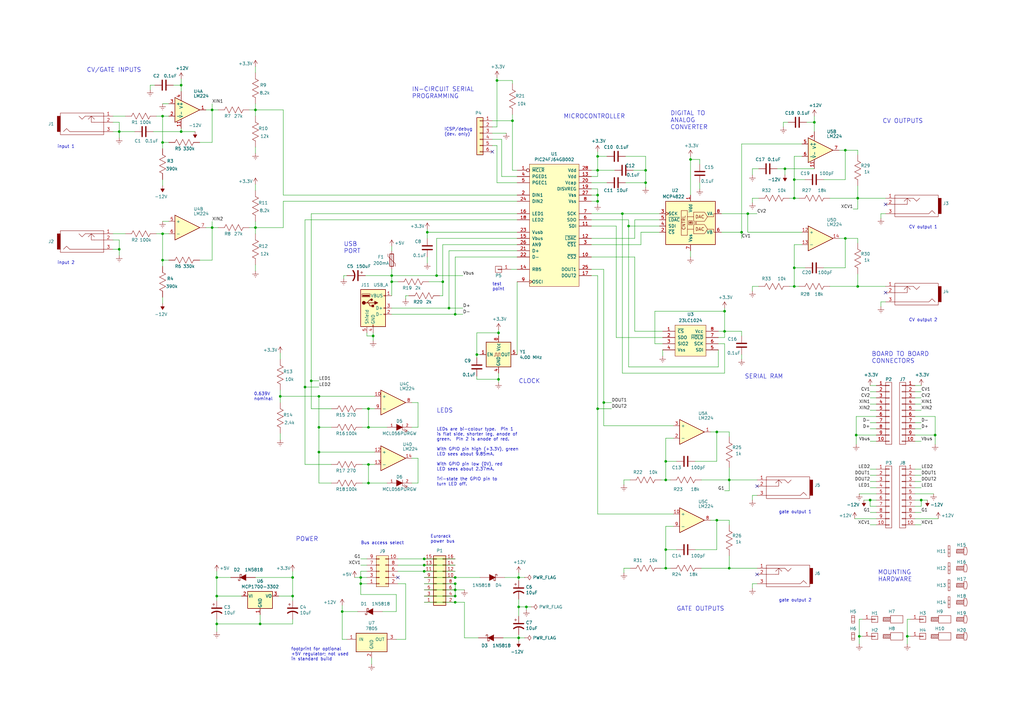
<source format=kicad_sch>
(kicad_sch (version 20211123) (generator eeschema)
  (paper "A3")
  (title_block (title "MSK 014 Gracious Host") (comment 1 "\"$Id: usb-host.kicad_sch 10138 2022-06-04 23:46:50Z mskala $\""))
  (junction (at 203.835 33.02))
  (junction (at 86.995 93.345))
  (junction (at 195.58 145.415))
  (junction (at 215.9 248.92))
  (junction (at 186.69 236.855))
  (junction (at 147.955 236.855))
  (junction (at 179.07 113.03))
  (junction (at 273.05 196.85))
  (junction (at 212.725 248.92))
  (junction (at 88.9 244.475))
  (junction (at 346.71 97.79))
  (junction (at 186.69 239.395))
  (junction (at 66.675 106.68))
  (junction (at 204.47 136.525))
  (junction (at 351.155 178.435))
  (junction (at 321.945 69.215))
  (junction (at 151.13 198.12))
  (junction (at 173.99 229.235))
  (junction (at 377.825 205.105))
  (junction (at 186.69 128.905))
  (junction (at 147.955 239.395))
  (junction (at 104.775 45.085))
  (junction (at 88.9 255.905))
  (junction (at 245.11 167.64))
  (junction (at 88.9 236.855))
  (junction (at 297.18 127.635))
  (junction (at 160.655 115.57))
  (junction (at 120.015 236.855))
  (junction (at 184.15 126.365))
  (junction (at 257.81 92.71))
  (junction (at 264.795 74.93))
  (junction (at 186.69 247.015))
  (junction (at 210.185 49.53))
  (junction (at 255.27 87.63))
  (junction (at 325.755 117.475))
  (junction (at 74.295 34.925))
  (junction (at 66.675 95.885))
  (junction (at 245.11 64.135))
  (junction (at 114.935 162.56))
  (junction (at 130.81 175.26))
  (junction (at 351.79 117.475))
  (junction (at 48.895 53.975))
  (junction (at 48.895 102.235))
  (junction (at 106.68 255.905))
  (junction (at 212.725 236.855))
  (junction (at 173.99 231.775))
  (junction (at 74.295 53.975))
  (junction (at 212.725 261.62))
  (junction (at 173.99 234.315))
  (junction (at 66.675 58.42))
  (junction (at 160.655 113.03))
  (junction (at 325.755 73.66))
  (junction (at 66.675 47.625))
  (junction (at 297.18 135.89))
  (junction (at 245.11 82.55))
  (junction (at 334.01 50.165))
  (junction (at 127.635 156.21))
  (junction (at 383.54 178.435))
  (junction (at 125.095 158.75))
  (junction (at 352.425 260.985))
  (junction (at 294.005 177.165))
  (junction (at 273.05 225.425))
  (junction (at 325.755 109.855))
  (junction (at 151.13 190.5))
  (junction (at 186.69 244.475))
  (junction (at 294.005 213.36))
  (junction (at 245.11 80.01))
  (junction (at 151.13 167.64))
  (junction (at 273.05 233.045))
  (junction (at 264.795 69.85))
  (junction (at 356.87 205.105))
  (junction (at 204.47 155.575))
  (junction (at 186.69 241.935))
  (junction (at 181.61 115.57))
  (junction (at 104.775 93.345))
  (junction (at 175.26 95.25))
  (junction (at 283.21 65.405))
  (junction (at 273.05 189.23))
  (junction (at 372.11 260.985))
  (junction (at 351.79 81.28))
  (junction (at 140.335 250.825))
  (junction (at 304.165 95.25))
  (junction (at 130.81 185.42))
  (junction (at 130.81 162.56))
  (junction (at 306.705 87.63))
  (junction (at 245.11 69.85))
  (junction (at 151.13 175.26))
  (junction (at 346.71 61.595))
  (junction (at 299.085 196.85))
  (junction (at 247.65 165.1))
  (junction (at 120.015 244.475))
  (junction (at 325.755 81.28))
  (junction (at 86.995 45.085))
  (junction (at 153.035 137.795))
  (junction (at 299.085 233.045))
  (no_connect (at 363.22 83.82))
  (no_connect (at 363.22 120.015))
  (no_connect (at 163.195 236.855))
  (no_connect (at 310.515 235.585))
  (no_connect (at 310.515 199.39))
  (no_connect (at 201.93 62.23))
  (wire (pts (xy 212.725 252.73) (xy 212.725 248.92)))
  (wire (pts (xy 130.81 162.56) (xy 130.81 175.26)))
  (wire (pts (xy 321.31 52.07) (xy 321.31 50.165)))
  (wire (pts (xy 297.18 153.035) (xy 255.27 153.035)))
  (wire (pts (xy 166.37 239.395) (xy 166.37 262.255)))
  (wire (pts (xy 210.185 33.02) (xy 210.185 34.29)))
  (wire (pts (xy 212.725 238.125) (xy 212.725 236.855)))
  (wire (pts (xy 242.57 82.55) (xy 245.11 82.55)))
  (wire (pts (xy 46.355 95.885) (xy 51.435 95.885)))
  (wire (pts (xy 212.09 82.55) (xy 116.205 82.55)))
  (wire (pts (xy 375.285 205.105) (xy 377.825 205.105)))
  (wire (pts (xy 104.775 108.585) (xy 104.775 111.125)))
  (wire (pts (xy 308.61 83.185) (xy 308.61 81.28)))
  (wire (pts (xy 171.45 175.26) (xy 171.45 165.1)))
  (wire (pts (xy 271.78 140.97) (xy 268.605 140.97)))
  (wire (pts (xy 299.085 177.165) (xy 294.005 177.165)))
  (wire (pts (xy 383.54 178.435) (xy 383.54 182.245)))
  (wire (pts (xy 160.655 110.49) (xy 160.655 113.03)))
  (wire (pts (xy 283.21 80.01) (xy 283.21 65.405)))
  (wire (pts (xy 88.9 255.905) (xy 88.9 254)))
  (wire (pts (xy 273.05 233.045) (xy 273.05 225.425)))
  (wire (pts (xy 46.355 98.425) (xy 48.895 98.425)))
  (wire (pts (xy 171.45 187.96) (xy 168.91 187.96)))
  (wire (pts (xy 166.37 121.285) (xy 166.37 122.555)))
  (wire (pts (xy 297.18 135.89) (xy 304.165 135.89)))
  (wire (pts (xy 330.2 109.855) (xy 325.755 109.855)))
  (wire (pts (xy 325.755 117.475) (xy 325.755 109.855)))
  (wire (pts (xy 283.21 65.405) (xy 283.21 64.135)))
  (wire (pts (xy 306.705 95.25) (xy 328.93 95.25)))
  (wire (pts (xy 283.21 65.405) (xy 287.02 65.405)))
  (wire (pts (xy 377.825 165.735) (xy 375.285 165.735)))
  (wire (pts (xy 61.595 34.925) (xy 63.5 34.925)))
  (wire (pts (xy 190.5 247.015) (xy 190.5 261.62)))
  (wire (pts (xy 205.74 57.15) (xy 201.93 57.15)))
  (wire (pts (xy 195.58 155.575) (xy 204.47 155.575)))
  (wire (pts (xy 46.355 50.165) (xy 48.895 50.165)))
  (wire (pts (xy 375.285 168.275) (xy 377.825 168.275)))
  (wire (pts (xy 294.64 150.495) (xy 294.64 143.51)))
  (wire (pts (xy 212.725 248.92) (xy 212.725 245.745)))
  (wire (pts (xy 346.71 97.79) (xy 346.71 109.855)))
  (wire (pts (xy 245.11 167.64) (xy 245.11 210.82)))
  (wire (pts (xy 259.715 69.85) (xy 264.795 69.85)))
  (wire (pts (xy 212.09 80.01) (xy 116.205 80.01)))
  (wire (pts (xy 106.68 255.905) (xy 120.015 255.905)))
  (wire (pts (xy 140.335 248.285) (xy 140.335 250.825)))
  (wire (pts (xy 148.59 190.5) (xy 151.13 190.5)))
  (wire (pts (xy 294.005 177.165) (xy 291.465 177.165)))
  (wire (pts (xy 352.425 254) (xy 353.695 254)))
  (wire (pts (xy 354.33 205.105) (xy 356.87 205.105)))
  (wire (pts (xy 173.99 241.935) (xy 186.69 241.935)))
  (wire (pts (xy 351.79 61.595) (xy 346.71 61.595)))
  (wire (pts (xy 304.165 95.25) (xy 304.165 97.79)))
  (wire (pts (xy 212.09 69.85) (xy 210.185 69.85)))
  (wire (pts (xy 273.05 196.85) (xy 274.955 196.85)))
  (wire (pts (xy 375.285 192.405) (xy 377.825 192.405)))
  (wire (pts (xy 248.92 64.135) (xy 245.11 64.135)))
  (wire (pts (xy 359.41 168.275) (xy 356.87 168.275)))
  (wire (pts (xy 255.905 234.95) (xy 255.905 233.045)))
  (wire (pts (xy 160.655 102.87) (xy 160.655 100.965)))
  (wire (pts (xy 252.73 138.43) (xy 252.73 92.71)))
  (wire (pts (xy 212.725 236.855) (xy 212.725 234.95)))
  (wire (pts (xy 152.4 269.875) (xy 152.4 272.415)))
  (wire (pts (xy 104.775 75.565) (xy 104.775 78.105)))
  (wire (pts (xy 242.57 77.47) (xy 245.11 77.47)))
  (wire (pts (xy 377.825 205.105) (xy 380.365 205.105)))
  (wire (pts (xy 175.26 95.25) (xy 212.09 95.25)))
  (wire (pts (xy 245.11 72.39) (xy 245.11 69.85)))
  (wire (pts (xy 116.205 93.345) (xy 104.775 93.345)))
  (wire (pts (xy 352.425 264.16) (xy 352.425 260.985)))
  (wire (pts (xy 257.81 92.71) (xy 257.81 150.495)))
  (wire (pts (xy 140.97 114.3) (xy 140.97 113.03)))
  (wire (pts (xy 294.005 177.165) (xy 294.005 189.23)))
  (wire (pts (xy 84.455 93.345) (xy 86.995 93.345)))
  (wire (pts (xy 114.935 162.56) (xy 114.935 165.1)))
  (wire (pts (xy 125.095 158.75) (xy 130.81 158.75)))
  (wire (pts (xy 294.005 225.425) (xy 285.115 225.425)))
  (wire (pts (xy 351.79 63.5) (xy 351.79 61.595)))
  (wire (pts (xy 66.675 95.885) (xy 66.675 106.68)))
  (wire (pts (xy 260.35 97.79) (xy 260.35 90.17)))
  (wire (pts (xy 375.285 202.565) (xy 382.905 202.565)))
  (wire (pts (xy 163.195 234.315) (xy 173.99 234.315)))
  (wire (pts (xy 356.87 207.645) (xy 356.87 205.105)))
  (wire (pts (xy 372.11 254) (xy 372.11 260.985)))
  (wire (pts (xy 168.91 175.26) (xy 171.45 175.26)))
  (wire (pts (xy 104.775 93.345) (xy 104.775 95.885)))
  (wire (pts (xy 255.905 233.045) (xy 258.445 233.045)))
  (wire (pts (xy 271.78 138.43) (xy 252.73 138.43)))
  (wire (pts (xy 294.005 213.36) (xy 294.005 225.425)))
  (wire (pts (xy 151.13 175.26) (xy 158.75 175.26)))
  (wire (pts (xy 377.825 160.655) (xy 375.285 160.655)))
  (wire (pts (xy 66.675 42.545) (xy 69.215 42.545)))
  (wire (pts (xy 277.495 225.425) (xy 273.05 225.425)))
  (wire (pts (xy 351.79 97.79) (xy 346.71 97.79)))
  (wire (pts (xy 283.21 105.41) (xy 283.21 102.87)))
  (wire (pts (xy 173.99 247.015) (xy 186.69 247.015)))
  (wire (pts (xy 215.9 250.19) (xy 215.9 248.92)))
  (wire (pts (xy 351.79 99.695) (xy 351.79 97.79)))
  (wire (pts (xy 84.455 45.085) (xy 86.995 45.085)))
  (wire (pts (xy 304.165 59.055) (xy 304.165 95.25)))
  (wire (pts (xy 116.205 80.01) (xy 116.205 45.085)))
  (wire (pts (xy 88.9 244.475) (xy 88.9 246.38)))
  (wire (pts (xy 116.205 45.085) (xy 104.775 45.085)))
  (wire (pts (xy 48.895 50.165) (xy 48.895 53.975)))
  (wire (pts (xy 210.185 69.85) (xy 210.185 49.53)))
  (wire (pts (xy 310.515 203.2) (xy 308.61 203.2)))
  (wire (pts (xy 212.725 236.855) (xy 207.01 236.855)))
  (wire (pts (xy 147.955 239.395) (xy 147.955 243.84)))
  (wire (pts (xy 356.87 163.195) (xy 359.41 163.195)))
  (wire (pts (xy 356.87 175.895) (xy 359.41 175.895)))
  (wire (pts (xy 186.69 231.775) (xy 173.99 231.775)))
  (wire (pts (xy 255.27 87.63) (xy 255.27 153.035)))
  (wire (pts (xy 247.65 110.49) (xy 247.65 165.1)))
  (wire (pts (xy 247.65 174.625) (xy 276.225 174.625)))
  (wire (pts (xy 147.955 239.395) (xy 150.495 239.395)))
  (wire (pts (xy 245.11 80.01) (xy 245.11 82.55)))
  (wire (pts (xy 209.55 110.49) (xy 212.09 110.49)))
  (wire (pts (xy 104.775 42.545) (xy 104.775 45.085)))
  (wire (pts (xy 255.27 87.63) (xy 270.51 87.63)))
  (wire (pts (xy 66.675 95.885) (xy 69.215 95.885)))
  (wire (pts (xy 186.69 244.475) (xy 186.69 241.935)))
  (wire (pts (xy 66.675 90.805) (xy 69.215 90.805)))
  (wire (pts (xy 351.155 170.815) (xy 359.41 170.815)))
  (wire (pts (xy 204.47 136.525) (xy 195.58 136.525)))
  (wire (pts (xy 375.285 170.815) (xy 383.54 170.815)))
  (wire (pts (xy 356.87 210.185) (xy 359.41 210.185)))
  (wire (pts (xy 186.69 128.905) (xy 189.865 128.905)))
  (wire (pts (xy 356.87 158.115) (xy 359.41 158.115)))
  (wire (pts (xy 204.47 153.035) (xy 204.47 155.575)))
  (wire (pts (xy 299.085 215.265) (xy 299.085 213.36)))
  (wire (pts (xy 150.495 234.315) (xy 147.955 234.315)))
  (wire (pts (xy 195.58 136.525) (xy 195.58 145.415)))
  (wire (pts (xy 146.685 250.825) (xy 140.335 250.825)))
  (wire (pts (xy 247.65 165.1) (xy 247.65 174.625)))
  (wire (pts (xy 377.825 175.895) (xy 375.285 175.895)))
  (wire (pts (xy 151.13 198.12) (xy 158.75 198.12)))
  (wire (pts (xy 120.015 255.905) (xy 120.015 254)))
  (wire (pts (xy 242.57 100.33) (xy 262.89 100.33)))
  (wire (pts (xy 257.81 150.495) (xy 294.64 150.495)))
  (wire (pts (xy 147.955 229.235) (xy 150.495 229.235)))
  (wire (pts (xy 255.905 198.755) (xy 255.905 196.85)))
  (wire (pts (xy 330.2 73.66) (xy 325.755 73.66)))
  (wire (pts (xy 130.81 185.42) (xy 153.67 185.42)))
  (wire (pts (xy 325.755 117.475) (xy 327.66 117.475)))
  (wire (pts (xy 351.155 178.435) (xy 351.155 182.245)))
  (wire (pts (xy 262.89 100.33) (xy 262.89 95.25)))
  (wire (pts (xy 184.15 126.365) (xy 160.655 126.365)))
  (wire (pts (xy 114.935 160.02) (xy 114.935 162.56)))
  (wire (pts (xy 86.995 93.345) (xy 86.995 90.805)))
  (wire (pts (xy 102.235 45.085) (xy 104.775 45.085)))
  (wire (pts (xy 270.51 92.71) (xy 257.81 92.71)))
  (wire (pts (xy 212.725 261.62) (xy 212.725 260.35)))
  (wire (pts (xy 66.675 58.42) (xy 66.675 60.96)))
  (wire (pts (xy 351.79 81.28) (xy 363.22 81.28)))
  (wire (pts (xy 351.79 85.725) (xy 349.885 85.725)))
  (wire (pts (xy 186.69 247.015) (xy 190.5 247.015)))
  (wire (pts (xy 340.36 117.475) (xy 351.79 117.475)))
  (wire (pts (xy 173.99 229.235) (xy 186.69 229.235)))
  (wire (pts (xy 130.81 198.12) (xy 135.89 198.12)))
  (wire (pts (xy 346.71 61.595) (xy 346.71 73.66)))
  (wire (pts (xy 375.285 212.725) (xy 384.81 212.725)))
  (wire (pts (xy 125.095 90.17) (xy 125.095 158.75)))
  (wire (pts (xy 175.26 93.98) (xy 175.26 95.25)))
  (wire (pts (xy 181.61 100.33) (xy 212.09 100.33)))
  (wire (pts (xy 294.005 213.36) (xy 291.465 213.36)))
  (wire (pts (xy 273.05 196.85) (xy 273.05 189.23)))
  (wire (pts (xy 195.58 154.305) (xy 195.58 155.575)))
  (wire (pts (xy 323.85 81.28) (xy 325.755 81.28)))
  (wire (pts (xy 299.085 179.07) (xy 299.085 177.165)))
  (wire (pts (xy 340.36 81.28) (xy 351.79 81.28)))
  (wire (pts (xy 206.375 261.62) (xy 212.725 261.62)))
  (wire (pts (xy 163.195 115.57) (xy 160.655 115.57)))
  (wire (pts (xy 160.655 113.03) (xy 160.655 115.57)))
  (wire (pts (xy 306.705 87.63) (xy 310.515 87.63)))
  (wire (pts (xy 151.13 190.5) (xy 153.67 190.5)))
  (wire (pts (xy 181.61 121.285) (xy 180.34 121.285)))
  (wire (pts (xy 147.955 243.84) (xy 162.56 243.84)))
  (wire (pts (xy 242.57 72.39) (xy 245.11 72.39)))
  (wire (pts (xy 203.835 33.02) (xy 203.835 31.75)))
  (wire (pts (xy 273.05 215.9) (xy 276.225 215.9)))
  (wire (pts (xy 372.11 260.985) (xy 372.11 264.16)))
  (wire (pts (xy 363.22 87.63) (xy 361.315 87.63)))
  (wire (pts (xy 308.61 69.215) (xy 311.15 69.215)))
  (wire (pts (xy 173.99 234.315) (xy 186.69 234.315)))
  (wire (pts (xy 268.605 127.635) (xy 297.18 127.635)))
  (wire (pts (xy 104.775 27.305) (xy 104.775 29.845)))
  (wire (pts (xy 346.71 109.855) (xy 337.82 109.855)))
  (wire (pts (xy 356.87 205.105) (xy 359.41 205.105)))
  (wire (pts (xy 242.57 97.79) (xy 260.35 97.79)))
  (wire (pts (xy 130.81 156.21) (xy 127.635 156.21)))
  (wire (pts (xy 375.285 173.355) (xy 377.825 173.355)))
  (wire (pts (xy 162.56 262.255) (xy 166.37 262.255)))
  (wire (pts (xy 297.18 138.43) (xy 297.18 135.89)))
  (wire (pts (xy 250.825 165.1) (xy 247.65 165.1)))
  (wire (pts (xy 127.635 167.64) (xy 135.89 167.64)))
  (wire (pts (xy 104.775 45.085) (xy 104.775 47.625)))
  (wire (pts (xy 273.05 233.045) (xy 274.955 233.045)))
  (wire (pts (xy 287.655 233.045) (xy 299.085 233.045)))
  (wire (pts (xy 351.79 117.475) (xy 363.22 117.475)))
  (wire (pts (xy 356.87 197.485) (xy 359.41 197.485)))
  (wire (pts (xy 321.945 71.755) (xy 321.945 69.215)))
  (wire (pts (xy 252.095 69.85) (xy 245.11 69.85)))
  (wire (pts (xy 383.54 170.815) (xy 383.54 178.435)))
  (wire (pts (xy 325.755 109.855) (xy 325.755 100.33)))
  (wire (pts (xy 127.635 87.63) (xy 127.635 156.21)))
  (wire (pts (xy 212.725 261.62) (xy 212.725 262.89)))
  (wire (pts (xy 48.895 98.425) (xy 48.895 102.235)))
  (wire (pts (xy 149.86 113.03) (xy 160.655 113.03)))
  (wire (pts (xy 130.81 175.26) (xy 135.89 175.26)))
  (wire (pts (xy 204.47 137.795) (xy 204.47 136.525)))
  (wire (pts (xy 356.87 165.735) (xy 359.41 165.735)))
  (wire (pts (xy 140.335 250.825) (xy 140.335 262.255)))
  (wire (pts (xy 297.18 140.97) (xy 297.18 153.035)))
  (wire (pts (xy 304.165 59.055) (xy 328.93 59.055)))
  (wire (pts (xy 304.165 145.415) (xy 304.165 147.32)))
  (wire (pts (xy 373.38 254) (xy 372.11 254)))
  (wire (pts (xy 351.155 178.435) (xy 359.41 178.435)))
  (wire (pts (xy 184.15 102.87) (xy 184.15 126.365)))
  (wire (pts (xy 171.45 198.12) (xy 171.45 187.96)))
  (wire (pts (xy 130.81 162.56) (xy 153.67 162.56)))
  (wire (pts (xy 299.085 196.85) (xy 310.515 196.85)))
  (wire (pts (xy 140.97 113.03) (xy 142.24 113.03)))
  (wire (pts (xy 361.315 123.825) (xy 361.315 125.73)))
  (wire (pts (xy 173.99 244.475) (xy 186.69 244.475)))
  (wire (pts (xy 308.61 119.38) (xy 308.61 117.475)))
  (wire (pts (xy 318.77 69.215) (xy 321.945 69.215)))
  (wire (pts (xy 120.015 234.315) (xy 120.015 236.855)))
  (wire (pts (xy 212.09 102.87) (xy 184.15 102.87)))
  (wire (pts (xy 66.675 106.68) (xy 66.675 109.22)))
  (wire (pts (xy 201.93 54.61) (xy 207.645 54.61)))
  (wire (pts (xy 352.425 260.985) (xy 352.425 254)))
  (wire (pts (xy 245.11 82.55) (xy 245.11 83.82)))
  (wire (pts (xy 186.69 105.41) (xy 186.69 128.905)))
  (wire (pts (xy 64.135 47.625) (xy 66.675 47.625)))
  (wire (pts (xy 104.775 236.855) (xy 120.015 236.855)))
  (wire (pts (xy 264.795 64.135) (xy 264.795 69.85)))
  (wire (pts (xy 325.755 81.28) (xy 327.66 81.28)))
  (wire (pts (xy 356.87 173.355) (xy 359.41 173.355)))
  (wire (pts (xy 163.195 231.775) (xy 173.99 231.775)))
  (wire (pts (xy 212.725 261.62) (xy 215.265 261.62)))
  (wire (pts (xy 325.755 100.33) (xy 328.93 100.33)))
  (wire (pts (xy 346.71 97.79) (xy 344.17 97.79)))
  (wire (pts (xy 186.69 241.935) (xy 190.5 241.935)))
  (wire (pts (xy 186.69 128.905) (xy 160.655 128.905)))
  (wire (pts (xy 66.675 106.68) (xy 69.215 106.68)))
  (wire (pts (xy 375.285 197.485) (xy 377.825 197.485)))
  (wire (pts (xy 299.085 201.295) (xy 297.18 201.295)))
  (wire (pts (xy 147.955 236.855) (xy 150.495 236.855)))
  (wire (pts (xy 375.285 158.115) (xy 377.825 158.115)))
  (wire (pts (xy 125.095 90.17) (xy 212.09 90.17)))
  (wire (pts (xy 245.11 64.135) (xy 245.11 69.85)))
  (wire (pts (xy 74.295 52.705) (xy 74.295 53.975)))
  (wire (pts (xy 210.185 49.53) (xy 210.185 46.99)))
  (wire (pts (xy 145.415 236.855) (xy 147.955 236.855)))
  (wire (pts (xy 203.835 74.93) (xy 203.835 59.69)))
  (wire (pts (xy 66.675 73.66) (xy 66.675 76.2)))
  (wire (pts (xy 151.13 190.5) (xy 151.13 198.12)))
  (wire (pts (xy 66.675 121.92) (xy 66.675 124.46)))
  (wire (pts (xy 195.58 145.415) (xy 196.85 145.415)))
  (wire (pts (xy 264.795 69.85) (xy 264.795 74.93)))
  (wire (pts (xy 212.725 236.855) (xy 215.265 236.855)))
  (wire (pts (xy 150.495 137.795) (xy 153.035 137.795)))
  (wire (pts (xy 262.89 95.25) (xy 270.51 95.25)))
  (wire (pts (xy 116.205 82.55) (xy 116.205 93.345)))
  (wire (pts (xy 297.18 135.89) (xy 297.18 127.635)))
  (wire (pts (xy 356.87 160.655) (xy 359.41 160.655)))
  (wire (pts (xy 351.79 81.28) (xy 351.79 85.725)))
  (wire (pts (xy 64.135 95.885) (xy 66.675 95.885)))
  (wire (pts (xy 273.05 179.705) (xy 276.225 179.705)))
  (wire (pts (xy 48.895 102.235) (xy 48.895 104.775)))
  (wire (pts (xy 140.335 262.255) (xy 142.24 262.255)))
  (wire (pts (xy 102.235 93.345) (xy 104.775 93.345)))
  (wire (pts (xy 257.81 92.71) (xy 257.81 90.17)))
  (wire (pts (xy 151.13 198.12) (xy 148.59 198.12)))
  (wire (pts (xy 308.61 71.755) (xy 308.61 69.215)))
  (wire (pts (xy 66.675 47.625) (xy 66.675 58.42)))
  (wire (pts (xy 147.955 236.855) (xy 147.955 239.395)))
  (wire (pts (xy 195.58 146.685) (xy 195.58 145.415)))
  (wire (pts (xy 179.07 97.79) (xy 179.07 113.03)))
  (wire (pts (xy 212.09 115.57) (xy 212.09 145.415)))
  (wire (pts (xy 242.57 113.03) (xy 245.11 113.03)))
  (wire (pts (xy 321.31 50.165) (xy 323.215 50.165)))
  (wire (pts (xy 163.195 239.395) (xy 166.37 239.395)))
  (wire (pts (xy 162.56 243.84) (xy 162.56 250.825)))
  (wire (pts (xy 356.87 180.975) (xy 359.41 180.975)))
  (wire (pts (xy 346.71 73.66) (xy 337.82 73.66)))
  (wire (pts (xy 190.5 261.62) (xy 196.215 261.62)))
  (wire (pts (xy 294.64 138.43) (xy 297.18 138.43)))
  (wire (pts (xy 212.09 97.79) (xy 179.07 97.79)))
  (wire (pts (xy 212.09 72.39) (xy 205.74 72.39)))
  (wire (pts (xy 125.095 158.75) (xy 125.095 190.5)))
  (wire (pts (xy 375.285 207.645) (xy 377.825 207.645)))
  (wire (pts (xy 171.45 165.1) (xy 168.91 165.1)))
  (wire (pts (xy 361.315 87.63) (xy 361.315 89.535)))
  (wire (pts (xy 242.57 74.93) (xy 248.92 74.93)))
  (wire (pts (xy 212.09 87.63) (xy 127.635 87.63)))
  (wire (pts (xy 88.9 244.475) (xy 99.06 244.475)))
  (wire (pts (xy 242.57 87.63) (xy 255.27 87.63)))
  (wire (pts (xy 201.93 52.07) (xy 203.835 52.07)))
  (wire (pts (xy 375.285 178.435) (xy 383.54 178.435)))
  (wire (pts (xy 150.495 136.525) (xy 150.495 137.795)))
  (wire (pts (xy 212.725 248.92) (xy 215.9 248.92)))
  (wire (pts (xy 46.355 53.975) (xy 48.895 53.975)))
  (wire (pts (xy 88.9 236.855) (xy 88.9 234.315)))
  (wire (pts (xy 268.605 140.97) (xy 268.605 127.635)))
  (wire (pts (xy 151.13 167.64) (xy 151.13 175.26)))
  (wire (pts (xy 74.295 34.925) (xy 74.295 32.385)))
  (wire (pts (xy 334.01 69.215) (xy 321.945 69.215)))
  (wire (pts (xy 181.61 115.57) (xy 181.61 121.285)))
  (wire (pts (xy 245.11 113.03) (xy 245.11 167.64)))
  (wire (pts (xy 210.185 49.53) (xy 201.93 49.53)))
  (wire (pts (xy 181.61 115.57) (xy 181.61 100.33)))
  (wire (pts (xy 375.285 194.945) (xy 377.825 194.945)))
  (wire (pts (xy 325.755 73.66) (xy 325.755 64.135)))
  (wire (pts (xy 168.91 198.12) (xy 171.45 198.12)))
  (wire (pts (xy 148.59 167.64) (xy 151.13 167.64)))
  (wire (pts (xy 351.79 117.475) (xy 351.79 112.395)))
  (wire (pts (xy 287.02 65.405) (xy 287.02 67.31)))
  (wire (pts (xy 352.425 202.565) (xy 359.41 202.565)))
  (wire (pts (xy 356.87 192.405) (xy 359.41 192.405)))
  (wire (pts (xy 273.05 225.425) (xy 273.05 215.9)))
  (wire (pts (xy 186.69 239.395) (xy 186.69 241.935)))
  (wire (pts (xy 120.015 244.475) (xy 120.015 246.38)))
  (wire (pts (xy 351.79 81.28) (xy 351.79 76.2)))
  (wire (pts (xy 255.905 196.85) (xy 258.445 196.85)))
  (wire (pts (xy 88.9 255.905) (xy 106.68 255.905)))
  (wire (pts (xy 147.955 234.315) (xy 147.955 236.855)))
  (wire (pts (xy 252.73 92.71) (xy 242.57 92.71)))
  (wire (pts (xy 147.955 231.775) (xy 150.495 231.775)))
  (wire (pts (xy 153.035 136.525) (xy 153.035 137.795)))
  (wire (pts (xy 375.285 180.975) (xy 377.825 180.975)))
  (wire (pts (xy 114.935 162.56) (xy 130.81 162.56)))
  (wire (pts (xy 204.47 136.525) (xy 204.47 135.255)))
  (wire (pts (xy 306.705 87.63) (xy 306.705 95.25)))
  (wire (pts (xy 114.3 244.475) (xy 120.015 244.475)))
  (wire (pts (xy 46.355 47.625) (xy 51.435 47.625)))
  (wire (pts (xy 294.64 140.97) (xy 297.18 140.97)))
  (wire (pts (xy 377.825 207.645) (xy 377.825 205.105)))
  (wire (pts (xy 271.145 233.045) (xy 273.05 233.045)))
  (wire (pts (xy 175.26 95.25) (xy 175.26 97.79)))
  (wire (pts (xy 203.835 59.69) (xy 201.93 59.69)))
  (wire (pts (xy 66.675 58.42) (xy 69.215 58.42)))
  (wire (pts (xy 120.015 236.855) (xy 120.015 244.475)))
  (wire (pts (xy 104.775 90.805) (xy 104.775 93.345)))
  (wire (pts (xy 86.995 58.42) (xy 86.995 45.085)))
  (wire (pts (xy 330.835 50.165) (xy 334.01 50.165)))
  (wire (pts (xy 88.9 244.475) (xy 88.9 236.855)))
  (wire (pts (xy 310.515 239.395) (xy 308.61 239.395)))
  (wire (pts (xy 179.07 113.03) (xy 160.655 113.03)))
  (wire (pts (xy 299.085 196.85) (xy 299.085 201.295)))
  (wire (pts (xy 151.13 175.26) (xy 148.59 175.26)))
  (wire (pts (xy 215.9 248.92) (xy 217.805 248.92)))
  (wire (pts (xy 203.835 52.07) (xy 203.835 33.02)))
  (wire (pts (xy 334.01 53.975) (xy 334.01 50.165)))
  (wire (pts (xy 325.755 64.135) (xy 328.93 64.135)))
  (wire (pts (xy 299.085 233.045) (xy 310.515 233.045)))
  (wire (pts (xy 242.57 69.85) (xy 245.11 69.85)))
  (wire (pts (xy 151.13 167.64) (xy 153.67 167.64)))
  (wire (pts (xy 375.285 200.025) (xy 377.825 200.025)))
  (wire (pts (xy 163.195 229.235) (xy 173.99 229.235)))
  (wire (pts (xy 271.78 135.89) (xy 260.35 135.89)))
  (wire (pts (xy 81.915 106.68) (xy 86.995 106.68)))
  (wire (pts (xy 257.81 90.17) (xy 242.57 90.17)))
  (wire (pts (xy 46.355 102.235) (xy 48.895 102.235)))
  (wire (pts (xy 86.995 93.345) (xy 89.535 93.345)))
  (wire (pts (xy 377.825 163.195) (xy 375.285 163.195)))
  (wire (pts (xy 179.07 113.03) (xy 189.865 113.03)))
  (wire (pts (xy 245.11 77.47) (xy 245.11 80.01)))
  (wire (pts (xy 264.795 74.93) (xy 264.795 76.835)))
  (wire (pts (xy 212.09 74.93) (xy 203.835 74.93)))
  (wire (pts (xy 86.995 45.085) (xy 86.995 42.545)))
  (wire (pts (xy 153.035 137.795) (xy 153.035 139.7)))
  (wire (pts (xy 245.11 62.23) (xy 245.11 64.135)))
  (wire (pts (xy 256.54 64.135) (xy 264.795 64.135)))
  (wire (pts (xy 175.895 115.57) (xy 181.61 115.57)))
  (wire (pts (xy 66.675 47.625) (xy 69.215 47.625)))
  (wire (pts (xy 356.87 194.945) (xy 359.41 194.945)))
  (wire (pts (xy 297.18 127.635) (xy 297.18 126.365)))
  (wire (pts (xy 160.655 115.57) (xy 160.655 121.285)))
  (wire (pts (xy 184.15 126.365) (xy 189.865 126.365)))
  (wire (pts (xy 323.85 117.475) (xy 325.755 117.475)))
  (wire (pts (xy 271.145 196.85) (xy 273.05 196.85)))
  (wire (pts (xy 356.87 207.645) (xy 359.41 207.645)))
  (wire (pts (xy 74.295 53.975) (xy 80.01 53.975)))
  (wire (pts (xy 363.22 123.825) (xy 361.315 123.825)))
  (wire (pts (xy 71.12 34.925) (xy 74.295 34.925)))
  (wire (pts (xy 260.35 90.17) (xy 270.51 90.17)))
  (wire (pts (xy 48.895 53.975) (xy 48.895 56.515)))
  (wire (pts (xy 245.11 210.82) (xy 276.225 210.82)))
  (wire (pts (xy 350.52 212.725) (xy 359.41 212.725)))
  (wire (pts (xy 295.91 87.63) (xy 306.705 87.63)))
  (wire (pts (xy 356.87 215.265) (xy 359.41 215.265)))
  (wire (pts (xy 299.085 213.36) (xy 294.005 213.36)))
  (wire (pts (xy 299.085 233.045) (xy 299.085 227.965)))
  (wire (pts (xy 204.47 155.575) (xy 204.47 156.845)))
  (wire (pts (xy 48.895 53.975) (xy 55.245 53.975)))
  (wire (pts (xy 114.935 144.78) (xy 114.935 147.32)))
  (wire (pts (xy 106.68 252.095) (xy 106.68 255.905)))
  (wire (pts (xy 308.61 81.28) (xy 311.15 81.28)))
  (wire (pts (xy 299.085 196.85) (xy 299.085 191.77)))
  (wire (pts (xy 277.495 189.23) (xy 273.05 189.23)))
  (wire (pts (xy 271.78 143.51) (xy 271.78 146.05)))
  (wire (pts (xy 352.425 260.985) (xy 353.695 260.985)))
  (wire (pts (xy 196.85 236.855) (xy 186.69 236.855)))
  (wire (pts (xy 88.9 259.08) (xy 88.9 255.905)))
  (wire (pts (xy 94.615 236.855) (xy 88.9 236.855)))
  (wire (pts (xy 308.61 239.395) (xy 308.61 241.3)))
  (wire (pts (xy 104.775 60.325) (xy 104.775 62.865)))
  (wire (pts (xy 212.09 105.41) (xy 186.69 105.41)))
  (wire (pts (xy 250.825 167.64) (xy 245.11 167.64)))
  (wire (pts (xy 130.81 185.42) (xy 130.81 198.12)))
  (wire (pts (xy 125.095 190.5) (xy 135.89 190.5)))
  (wire (pts (xy 295.91 95.25) (xy 304.165 95.25)))
  (wire (pts (xy 260.35 135.89) (xy 260.35 105.41)))
  (wire (pts (xy 175.26 105.41) (xy 175.26 107.95)))
  (wire (pts (xy 242.57 110.49) (xy 247.65 110.49)))
  (wire (pts (xy 130.81 175.26) (xy 130.81 185.42)))
  (wire (pts (xy 308.61 203.2) (xy 308.61 205.105)))
  (wire (pts (xy 127.635 156.21) (xy 127.635 167.64)))
  (wire (pts (xy 242.57 80.01) (xy 245.11 80.01)))
  (wire (pts (xy 308.61 117.475) (xy 311.15 117.475)))
  (wire (pts (xy 167.64 121.285) (xy 166.37 121.285)))
  (wire (pts (xy 294.005 189.23) (xy 285.115 189.23)))
  (wire (pts (xy 287.655 196.85) (xy 299.085 196.85)))
  (wire (pts (xy 304.165 135.89) (xy 304.165 137.795)))
  (wire (pts (xy 74.295 37.465) (xy 74.295 34.925)))
  (wire (pts (xy 325.755 81.28) (xy 325.755 73.66)))
  (wire (pts (xy 372.11 260.985) (xy 373.38 260.985)))
  (wire (pts (xy 114.935 177.8) (xy 114.935 180.34)))
  (wire (pts (xy 287.02 77.47) (xy 287.02 74.93)))
  (wire (pts (xy 162.56 250.825) (xy 156.845 250.825)))
  (wire (pts (xy 81.915 58.42) (xy 86.995 58.42)))
  (wire (pts (xy 334.01 50.165) (xy 334.01 47.625)))
  (wire (pts (xy 173.99 239.395) (xy 186.69 239.395)))
  (wire (pts (xy 61.595 36.83) (xy 61.595 34.925)))
  (wire (pts (xy 356.87 200.025) (xy 359.41 200.025)))
  (wire (pts (xy 86.995 45.085) (xy 89.535 45.085)))
  (wire (pts (xy 256.54 74.93) (xy 264.795 74.93)))
  (wire (pts (xy 205.74 72.39) (xy 205.74 57.15)))
  (wire (pts (xy 346.71 61.595) (xy 344.17 61.595)))
  (wire (pts (xy 86.995 106.68) (xy 86.995 93.345)))
  (wire (pts (xy 375.285 215.265) (xy 377.825 215.265)))
  (wire (pts (xy 62.865 53.975) (xy 74.295 53.975)))
  (wire (pts (xy 173.99 236.855) (xy 186.69 236.855)))
  (wire (pts (xy 273.05 189.23) (xy 273.05 179.705)))
  (wire (pts (xy 294.64 135.89) (xy 297.18 135.89)))
  (wire (pts (xy 260.35 105.41) (xy 242.57 105.41)))
  (wire (pts (xy 203.835 33.02) (xy 210.185 33.02)))
  (wire (pts (xy 351.155 170.815) (xy 351.155 178.435)))
  (wire (pts (xy 375.285 210.185) (xy 377.825 210.185)))
  (text "footprint for optional\n+5V regulator; not used\nin standard build" (at 119.38 271.145 0) (effects (font (size 1.27 1.27)) (justify left bottom)))
  (text "GATE OUTPUTS" (at 277.495 250.825 0) (effects (font (size 1.778 1.778)) (justify left bottom)))
  (text "POWER" (at 121.285 222.25 0) (effects (font (size 1.778 1.778)) (justify left bottom)))
  (text "CV/GATE INPUTS" (at 35.56 29.845 0) (effects (font (size 1.778 1.778)) (justify left bottom)))
  (text "Eurorack\npower bus" (at 176.53 222.885 0) (effects (font (size 1.27 1.27)) (justify left bottom)))
  (text "CV output 2" (at 372.745 132.08 0) (effects (font (size 1.27 1.27)) (justify left bottom)))
  (text "CV output 1" (at 372.745 93.98 0) (effects (font (size 1.27 1.27)) (justify left bottom)))
  (text "SERIAL RAM" (at 305.435 155.575 0) (effects (font (size 1.778 1.778)) (justify left bottom)))
  (text "IN-CIRCUIT SERIAL\nPROGRAMMING" (at 168.91 40.64 0) (effects (font (size 1.778 1.778)) (justify left bottom)))
  (text "BOARD TO BOARD\nCONNECTORS" (at 357.505 149.225 0) (effects (font (size 1.778 1.778)) (justify left bottom)))
  (text "MOUNTING\nHARDWARE" (at 360.045 238.76 0) (effects (font (size 1.778 1.778)) (justify left bottom)))
  (text "CLOCK" (at 212.725 157.48 0) (effects (font (size 1.778 1.778)) (justify left bottom)))
  (text "USB\nPORT" (at 140.97 104.14 0) (effects (font (size 1.778 1.778)) (justify left bottom)))
  (text "input 1" (at 23.495 60.96 0) (effects (font (size 1.27 1.27)) (justify left bottom)))
  (text "Bus access select" (at 147.955 223.52 0) (effects (font (size 1.27 1.27)) (justify left bottom)))
  (text "input 2" (at 23.495 108.585 0) (effects (font (size 1.27 1.27)) (justify left bottom)))
  (text "CV OUTPUTS" (at 361.95 50.8 0) (effects (font (size 1.778 1.778)) (justify left bottom)))
  (text "ICSP/debug\n(dev. only)" (at 182.245 55.88 0) (effects (font (size 1.27 1.27)) (justify left bottom)))
  (text "0.639V\nnominal" (at 104.14 164.465 0) (effects (font (size 1.27 1.27)) (justify left bottom)))
  (text "LEDs are bi-colour type.  Pin 1\nis flat side, shorter leg, anode of\ngreen.  Pin 2 is anode of red.\n\nWith GPIO pin high (+3.3V), green\nLED sees about 9.85mA.\n\nWith GPIO pin low (0V), red\nLED sees about 2.37mA.\n\nTri-state the GPIO pin to\nturn LED off." (at 179.07 199.39 0) (effects (font (size 1.27 1.27)) (justify left bottom)))
  (text "DIGITAL TO\nANALOG\nCONVERTER" (at 274.955 53.34 0) (effects (font (size 1.778 1.778)) (justify left bottom)))
  (text "gate output 2" (at 319.405 247.015 0) (effects (font (size 1.27 1.27)) (justify left bottom)))
  (text "LEDS" (at 179.07 169.545 0) (effects (font (size 1.778 1.778)) (justify left bottom)))
  (text "test\npoint" (at 201.93 119.38 0) (effects (font (size 1.27 1.27)) (justify left bottom)))
  (text "gate output 1" (at 319.405 210.82 0) (effects (font (size 1.27 1.27)) (justify left bottom)))
  (text "MICROCONTROLLER" (at 231.14 48.895 0) (effects (font (size 1.778 1.778)) (justify left bottom)))
  (label "CV2" (at 356.87 163.195 180))
  (label "Vbus" (at 189.865 113.03 0))
  (label "XIN1" (at 86.995 42.545 0))
  (label "D+" (at 189.865 126.365 0))
  (label "G1" (at 377.825 210.185 0))
  (label "D-" (at 189.865 128.905 0))
  (label "D+" (at 377.825 175.895 0))
  (label "Vbus" (at 377.825 180.975 0))
  (label "G1" (at 297.18 201.295 180))
  (label "XCV1" (at 356.87 215.265 180))
  (label "D+" (at 356.87 175.895 180))
  (label "LED1" (at 356.87 200.025 180))
  (label "G1" (at 356.87 210.185 180))
  (label "LED2" (at 356.87 192.405 180))
  (label "XIN1" (at 377.825 165.735 0))
  (label "DOUT1" (at 377.825 194.945 0))
  (label "Vbus" (at 356.87 180.975 180))
  (label "G1" (at 147.955 229.235 180))
  (label "D-" (at 377.825 173.355 0))
  (label "LED2" (at 130.81 158.75 0))
  (label "LED2" (at 377.825 192.405 0))
  (label "DOUT1" (at 356.87 194.945 180))
  (label "DOUT2" (at 377.825 197.485 0))
  (label "CV1" (at 304.165 97.79 0))
  (label "DOUT2" (at 250.825 167.64 0))
  (label "CV1" (at 356.87 160.655 180))
  (label "XIN2" (at 356.87 168.275 180))
  (label "XIN2" (at 86.995 90.805 0))
  (label "D-" (at 356.87 173.355 180))
  (label "CV2" (at 310.515 87.63 0))
  (label "XCV1" (at 147.955 231.775 180))
  (label "LED1" (at 130.81 156.21 0))
  (label "XIN1" (at 356.87 165.735 180))
  (label "XCV1" (at 377.825 215.265 0))
  (label "DOUT2" (at 356.87 197.485 180))
  (label "CV2" (at 377.825 163.195 0))
  (label "XCV1" (at 349.885 85.725 180))
  (label "DOUT1" (at 250.825 165.1 0))
  (label "XIN2" (at 377.825 168.275 0))
  (label "LED1" (at 377.825 200.025 0))
  (label "CV1" (at 377.825 160.655 0))
  (symbol (lib_id "mskala:PIC24_msk014") (at 227.33 80.01 0) (unit 1)
    (property "Reference" "U1" (at 227.33 63.119 0))
    (property "Value" "PIC24FJ64GB002" (at 227.33 65.4304 0))
    (property "Footprint" "mskala:SDIP28_clipped" (effects hide))
  )
  (symbol (lib_id "mskala:+3.3V") (at 245.11 62.23 0) (unit 1)
    (property "Reference" "#PWR036" (effects hide))
    (property "Value" "+3.3V" (at 245.491 57.8358 0))
  )
  (symbol (lib_id "mskala:C") (at 252.73 64.135 270) (unit 1)
    (property "Reference" "C10" (at 249.555 60.325 90))
    (property "Value" "0.1uF" (at 255.27 60.325 90))
    (property "Footprint" "mskala:C3msk" (effects hide))
  )
  (symbol (lib_id "mskala:C") (at 252.73 74.93 270) (unit 1)
    (property "Reference" "C11" (at 249.555 78.105 90))
    (property "Value" "10uF" (at 255.27 78.105 90))
    (property "Footprint" "mskala:C2msk" (effects hide))
  )
  (symbol (lib_id "mskala:C") (at 255.905 69.85 270) (unit 1)
    (property "Reference" "C12" (at 258.445 67.945 90))
    (property "Value" "0.1uF" (at 259.715 71.755 90))
    (property "Footprint" "mskala:C3msk" (effects hide))
  )
  (symbol (lib_id "mskala:GNDREF") (at 264.795 76.835 0) (unit 1)
    (property "Reference" "#PWR040" (effects hide))
    (property "Value" "GNDREF" (effects hide))
  )
  (symbol (lib_id "mskala:GNDREF") (at 245.11 83.82 0) (unit 1)
    (property "Reference" "#PWR037" (effects hide))
    (property "Value" "GNDREF" (effects hide))
  )
  (symbol (lib_id "Oscillator:CXO_DIP8") (at 204.47 145.415 0) (unit 1)
    (property "Reference" "Y1" (at 213.1314 144.2466 0) (effects (justify left)))
    (property "Value" "4.00 MHz" (at 213.1314 146.558 0) (effects (justify left)))
    (property "Footprint" "mskala:DIP08_xtal" (effects hide))
    (property "Datasheet" "http://cdn-reichelt.de/documents/datenblatt/B400/OSZI.pdf" (effects hide))
  )
  (symbol (lib_id "mskala:C") (at 195.58 150.495 180) (unit 1)
    (property "Reference" "C9" (at 191.77 147.955 0))
    (property "Value" "0.1uF" (at 192.405 153.67 0))
    (property "Footprint" "mskala:C3msk" (effects hide))
  )
  (symbol (lib_id "mskala:+3.3V") (at 204.47 135.255 0) (unit 1)
    (property "Reference" "#PWR032" (effects hide))
    (property "Value" "+3.3V" (at 204.851 130.8608 0))
  )
  (symbol (lib_id "mskala:GNDREF") (at 204.47 156.845 0) (unit 1)
    (property "Reference" "#PWR033" (effects hide))
    (property "Value" "GNDREF" (effects hide))
  )
  (symbol (lib_id "Analog_DAC:MCP4822") (at 283.21 90.17 0) (unit 1)
    (property "Reference" "U2" (at 276.86 78.105 0))
    (property "Value" "MCP4822" (at 276.225 80.645 0))
    (property "Footprint" "mskala:DIP08msk" (effects hide))
    (property "Datasheet" "http://ww1.microchip.com/downloads/en/DeviceDoc/20002249B.pdf" (effects hide))
  )
  (symbol (lib_id "mskala:JACK_2P") (at 374.65 83.82 180) (unit 1)
    (property "Reference" "J3" (at 386.7658 83.4136 0) (effects (justify right)))
    (property "Value" "JACK_2P" (effects hide))
    (property "Footprint" "mskala:mono_jack_slotted" (effects hide))
  )
  (symbol (lib_id "mskala:GNDREF") (at 361.315 89.535 0) (unit 1)
    (property "Reference" "#PWR056" (effects hide))
    (property "Value" "GNDREF" (effects hide))
  )
  (symbol (lib_id "mskala:RUS") (at 334.01 117.475 0) (unit 1)
    (property "Reference" "R28" (at 330.2 120.65 0))
    (property "Value" "18k" (at 335.915 120.65 0))
    (property "Footprint" "mskala:R4valmsk" (effects hide))
  )
  (symbol (lib_id "mskala:GNDREF") (at 308.61 119.38 0) (unit 1)
    (property "Reference" "#PWR049" (effects hide))
    (property "Value" "GNDREF" (effects hide))
  )
  (symbol (lib_id "mskala:RUS") (at 351.79 106.045 270) (unit 1)
    (property "Reference" "R30" (at 354.965 104.14 90))
    (property "Value" "1k" (at 355.6 106.68 90))
    (property "Footprint" "mskala:R4valmsk" (effects hide))
  )
  (symbol (lib_id "mskala:C") (at 334.01 109.855 270) (unit 1)
    (property "Reference" "C20" (at 330.835 111.76 90))
    (property "Value" "100pF" (at 338.455 111.76 90))
    (property "Footprint" "mskala:C2msk" (effects hide))
  )
  (symbol (lib_id "mskala:JACK_2P") (at 374.65 120.015 180) (unit 1)
    (property "Reference" "J4" (at 386.7658 119.6086 0) (effects (justify right)))
    (property "Value" "JACK_2P" (effects hide))
    (property "Footprint" "mskala:mono_jack_slotted" (effects hide))
  )
  (symbol (lib_id "mskala:GNDREF") (at 361.315 125.73 0) (unit 1)
    (property "Reference" "#PWR057" (effects hide))
    (property "Value" "GNDREF" (effects hide))
  )
  (symbol (lib_id "mskala:RUS") (at 334.01 81.28 0) (unit 1)
    (property "Reference" "R27" (at 330.835 78.105 0))
    (property "Value" "18k" (at 337.185 78.105 0))
    (property "Footprint" "mskala:R4valmsk" (effects hide))
  )
  (symbol (lib_id "mskala:GNDREF") (at 308.61 83.185 0) (unit 1)
    (property "Reference" "#PWR048" (effects hide))
    (property "Value" "GNDREF" (effects hide))
  )
  (symbol (lib_id "mskala:RUS") (at 351.79 69.85 270) (unit 1)
    (property "Reference" "R29" (at 354.965 67.945 90))
    (property "Value" "1k" (at 355.6 70.485 90))
    (property "Footprint" "mskala:R4valmsk" (effects hide))
  )
  (symbol (lib_id "mskala:C") (at 334.01 73.66 270) (unit 1)
    (property "Reference" "C19" (at 330.2 71.12 90))
    (property "Value" "100pF" (at 339.09 71.12 90))
    (property "Footprint" "mskala:C2msk" (effects hide))
  )
  (symbol (lib_id "mskala:JACK_2P") (at 321.945 199.39 180) (unit 1)
    (property "Reference" "J5" (at 334.0608 198.9836 0) (effects (justify right)))
    (property "Value" "JACK_2P" (effects hide))
    (property "Footprint" "mskala:mono_jack_slotted" (effects hide))
  )
  (symbol (lib_id "mskala:GNDREF") (at 308.61 205.105 0) (unit 1)
    (property "Reference" "#PWR050" (effects hide))
    (property "Value" "GNDREF" (effects hide))
  )
  (symbol (lib_id "mskala:RUS") (at 281.305 233.045 0) (unit 1)
    (property "Reference" "R24" (at 277.495 235.585 0))
    (property "Value" "18k" (at 284.48 235.585 0))
    (property "Footprint" "mskala:R4valmsk" (effects hide))
  )
  (symbol (lib_id "mskala:GNDREF") (at 255.905 234.95 0) (unit 1)
    (property "Reference" "#PWR039" (effects hide))
    (property "Value" "GNDREF" (effects hide))
  )
  (symbol (lib_id "mskala:RUS") (at 299.085 221.615 270) (unit 1)
    (property "Reference" "R26" (at 302.26 219.71 90))
    (property "Value" "1k" (at 302.895 222.25 90))
    (property "Footprint" "mskala:R4valmsk" (effects hide))
  )
  (symbol (lib_id "mskala:C") (at 281.305 225.425 270) (unit 1)
    (property "Reference" "C14" (at 277.495 227.965 90))
    (property "Value" "100pF" (at 286.385 227.965 90))
    (property "Footprint" "mskala:C2msk" (effects hide))
  )
  (symbol (lib_id "mskala:RUS") (at 281.305 196.85 0) (unit 1)
    (property "Reference" "R23" (at 278.13 200.66 0))
    (property "Value" "18k" (at 285.115 200.66 0))
    (property "Footprint" "mskala:R4valmsk" (effects hide))
  )
  (symbol (lib_id "mskala:GNDREF") (at 255.905 198.755 0) (unit 1)
    (property "Reference" "#PWR038" (effects hide))
    (property "Value" "GNDREF" (effects hide))
  )
  (symbol (lib_id "mskala:RUS") (at 299.085 185.42 270) (unit 1)
    (property "Reference" "R25" (at 302.26 183.515 90))
    (property "Value" "1k" (at 302.895 186.055 90))
    (property "Footprint" "mskala:R4valmsk" (effects hide))
  )
  (symbol (lib_id "mskala:C") (at 281.305 189.23 270) (unit 1)
    (property "Reference" "C13" (at 277.495 191.77 90))
    (property "Value" "100pF" (at 286.385 191.77 90))
    (property "Footprint" "mskala:C2msk" (effects hide))
  )
  (symbol (lib_id "mskala:CP1") (at 212.725 241.935 0) (unit 1)
    (property "Reference" "C6" (at 215.646 240.7666 0) (effects (justify left)))
    (property "Value" "10uF" (at 215.646 243.078 0) (effects (justify left)))
    (property "Footprint" "mskala:C08msk" (effects hide))
  )
  (symbol (lib_id "mskala:CP1") (at 212.725 256.54 0) (unit 1)
    (property "Reference" "C7" (at 215.646 255.3716 0) (effects (justify left)))
    (property "Value" "10uF" (at 215.646 257.683 0) (effects (justify left)))
    (property "Footprint" "mskala:C08msk" (effects hide))
  )
  (symbol (lib_id "mskala:JACK_2P") (at 321.945 235.585 180) (unit 1)
    (property "Reference" "J6" (at 334.0608 235.1786 0) (effects (justify right)))
    (property "Value" "JACK_2P" (effects hide))
    (property "Footprint" "mskala:mono_jack_slotted" (effects hide))
  )
  (symbol (lib_id "mskala:GNDREF") (at 308.61 241.3 0) (unit 1)
    (property "Reference" "#PWR051" (effects hide))
    (property "Value" "GNDREF" (effects hide))
  )
  (symbol (lib_id "mskala:C") (at 314.96 69.215 270) (unit 1)
    (property "Reference" "C17" (at 311.785 65.405 90))
    (property "Value" "0.1uF" (at 317.5 65.405 90))
    (property "Footprint" "mskala:C3msk" (effects hide))
  )
  (symbol (lib_id "mskala:GNDREF") (at 283.21 105.41 0) (unit 1)
    (property "Reference" "#PWR043" (effects hide))
    (property "Value" "GNDREF" (effects hide))
  )
  (symbol (lib_id "mskala:GNDREF") (at 287.02 77.47 0) (unit 1)
    (property "Reference" "#PWR044" (effects hide))
    (property "Value" "GNDREF" (effects hide))
  )
  (symbol (lib_id "mskala:C") (at 287.02 71.12 0) (mirror x) (unit 1)
    (property "Reference" "C15" (at 290.83 68.58 0))
    (property "Value" "0.1uF" (at 290.195 74.295 0))
    (property "Footprint" "mskala:C3msk" (effects hide))
  )
  (symbol (lib_id "mskala:C") (at 327.025 50.165 270) (unit 1)
    (property "Reference" "C18" (at 323.85 46.355 90))
    (property "Value" "0.1uF" (at 329.565 46.355 90))
    (property "Footprint" "mskala:C3msk" (effects hide))
  )
  (symbol (lib_id "mskala:+3.3V") (at 283.21 64.135 0) (unit 1)
    (property "Reference" "#PWR042" (effects hide))
    (property "Value" "+3.3V" (at 283.591 59.7408 0))
  )
  (symbol (lib_id "mskala:GNDREF") (at 308.61 71.755 0) (unit 1)
    (property "Reference" "#PWR047" (effects hide))
    (property "Value" "GNDREF" (effects hide))
  )
  (symbol (lib_id "mskala:GNDREF") (at 321.31 52.07 0) (unit 1)
    (property "Reference" "#PWR052" (effects hide))
    (property "Value" "GNDREF" (effects hide))
  )
  (symbol (lib_id "mskala:+12V") (at 334.01 47.625 0) (unit 1)
    (property "Reference" "#PWR054" (effects hide))
    (property "Value" "+12V" (at 334.391 43.2308 0))
  )
  (symbol (lib_id "mskala:-12V") (at 321.945 71.755 180) (unit 1)
    (property "Reference" "#PWR053" (effects hide))
    (property "Value" "-12V" (at 317.5 73.66 0))
  )
  (symbol (lib_id "Connector_Generic:Conn_01x06") (at 196.85 54.61 0) (mirror y) (unit 1)
    (property "Reference" "P4" (at 196.215 46.355 0))
    (property "Value" "Conn_01x06" (effects hide))
    (property "Footprint" "mskala:SIP6msk" (effects hide))
  )
  (symbol (lib_id "Connector_Generic:Conn_02x08_Odd_Even") (at 179.07 239.395 0) (mirror x) (unit 1)
    (property "Reference" "P1" (at 180.34 225.8568 0))
    (property "Value" "Conn_02x08_Odd_Even" (effects hide))
    (property "Footprint" "mskala:2x08ra" (effects hide))
  )
  (symbol (lib_id "mskala:GNDREF") (at 215.9 250.19 0) (unit 1)
    (property "Reference" "#PWR027" (effects hide))
    (property "Value" "GNDREF" (effects hide))
  )
  (symbol (lib_id "mskala:+3.3V") (at 203.835 31.75 0) (unit 1)
    (property "Reference" "#PWR031" (effects hide))
    (property "Value" "+3.3V" (at 204.216 27.3558 0))
  )
  (symbol (lib_id "mskala:GNDREF") (at 207.645 54.61 0) (unit 1)
    (property "Reference" "#PWR034" (effects hide))
    (property "Value" "GNDREF" (effects hide))
  )
  (symbol (lib_id "mskala:RUS") (at 210.185 40.64 270) (unit 1)
    (property "Reference" "R21" (at 213.36 39.37 90))
    (property "Value" "10k" (at 213.995 42.545 90))
    (property "Footprint" "mskala:R4valmsk" (effects hide))
  )
  (symbol (lib_id "mskala:+12V") (at 212.725 234.95 0) (unit 1)
    (property "Reference" "#PWR024" (effects hide))
    (property "Value" "+12V" (at 213.106 230.5558 0))
  )
  (symbol (lib_id "mskala:-12V") (at 212.725 262.89 180) (unit 1)
    (property "Reference" "#PWR025" (effects hide))
    (property "Value" "-12V" (at 212.09 267.335 0))
  )
  (symbol (lib_id "mskala:PWR_FLAG") (at 215.265 236.855 270) (unit 1)
    (property "Reference" "#FLG01" (effects hide))
    (property "Value" "PWR_FLAG" (at 218.5162 236.855 90) (effects (justify left)))
  )
  (symbol (lib_id "mskala:PWR_FLAG") (at 215.265 261.62 270) (unit 1)
    (property "Reference" "#FLG02" (effects hide))
    (property "Value" "PWR_FLAG" (at 218.5162 261.62 90) (effects (justify left)))
  )
  (symbol (lib_id "mskala:PWR_FLAG") (at 217.805 248.92 270) (unit 1)
    (property "Reference" "#FLG03" (effects hide))
    (property "Value" "PWR_FLAG" (at 221.0562 248.92 90) (effects (justify left)))
  )
  (symbol (lib_id "mskala:QuadOpAmp_v6") (at 336.55 61.595 0) (unit 2)
    (property "Reference" "U5" (at 339.09 53.975 0) (effects (justify left)))
    (property "Value" "LM224" (at 339.09 55.88 0) (effects (justify left)))
    (property "Footprint" "mskala:DIP14msk_clipped" (effects hide))
  )
  (symbol (lib_id "mskala:QuadOpAmp_v6") (at 336.55 97.79 0) (unit 4)
    (property "Reference" "U5" (at 339.09 90.17 0) (effects (justify left)))
    (property "Value" "LM224" (at 339.09 92.075 0) (effects (justify left)))
    (property "Footprint" "mskala:DIP14msk_clipped" (effects hide))
  )
  (symbol (lib_id "mskala:QuadOpAmp_v6") (at 283.845 177.165 0) (unit 1)
    (property "Reference" "U5" (at 286.385 169.545 0) (effects (justify left)))
    (property "Value" "LM224" (at 286.385 171.45 0) (effects (justify left)))
    (property "Footprint" "mskala:DIP14msk_clipped" (effects hide))
  )
  (symbol (lib_id "mskala:QuadOpAmp_v6") (at 283.845 213.36 0) (unit 3)
    (property "Reference" "U5" (at 286.385 205.74 0) (effects (justify left)))
    (property "Value" "LM224" (at 286.385 207.645 0) (effects (justify left)))
    (property "Footprint" "mskala:DIP14msk_clipped" (effects hide))
  )
  (symbol (lib_id "Device:Polyfuse") (at 160.655 106.68 0) (unit 1)
    (property "Reference" "F1" (at 154.94 105.41 0) (effects (justify left)))
    (property "Value" "200mA" (at 153.035 107.95 0) (effects (justify left)))
    (property "Footprint" "mskala:C2msk" (effects hide))
  )
  (symbol (lib_id "mskala:RUS") (at 169.545 115.57 180) (unit 1)
    (property "Reference" "R19" (at 167.005 118.11 0))
    (property "Value" "2k" (at 171.45 118.11 0))
    (property "Footprint" "mskala:R4valmsk" (effects hide))
  )
  (symbol (lib_id "mskala:CP1") (at 146.05 113.03 270) (unit 1)
    (property "Reference" "C5" (at 142.24 109.22 90) (effects (justify left)))
    (property "Value" "150uF" (at 146.05 109.22 90) (effects (justify left)))
    (property "Footprint" "mskala:1x02msk" (effects hide))
  )
  (symbol (lib_id "Connector:USB_A") (at 153.035 126.365 0) (unit 1)
    (property "Reference" "J11" (at 149.86 116.84 0))
    (property "Value" "USB_A" (at 156.21 116.84 0))
    (property "Footprint" "mskala:USB_A_vert" (effects hide))
    (property "Datasheet" " ~" (effects hide))
  )
  (symbol (lib_id "mskala:MCP1700-3302E_TO92") (at 106.68 244.475 0) (mirror x) (unit 1)
    (property "Reference" "U6" (at 106.68 238.3282 0))
    (property "Value" "MCP1700-3302" (at 106.68 240.6396 0))
    (property "Footprint" "mskala:TO92msk" (effects hide))
    (property "Datasheet" "http://ww1.microchip.com/downloads/en/DeviceDoc/20001826C.pdf" (effects hide))
  )
  (symbol (lib_id "mskala:+3.3V") (at 175.26 93.98 0) (unit 1)
    (property "Reference" "#PWR029" (effects hide))
    (property "Value" "+3.3V" (at 171.196 92.7608 0))
  )
  (symbol (lib_id "mskala:GNDREF") (at 175.26 107.95 0) (unit 1)
    (property "Reference" "#PWR030" (effects hide))
    (property "Value" "GNDREF" (effects hide))
  )
  (symbol (lib_id "mskala:+5V") (at 160.655 100.965 0) (unit 1)
    (property "Reference" "#PWR026" (effects hide))
    (property "Value" "+5V" (at 163.83 99.695 0))
  )
  (symbol (lib_id "mskala:RUS") (at 173.99 121.285 180) (unit 1)
    (property "Reference" "R20" (at 171.45 123.825 0))
    (property "Value" "2k" (at 175.895 123.825 0))
    (property "Footprint" "mskala:R4valmsk" (effects hide))
  )
  (symbol (lib_id "mskala:7805") (at 152.4 263.525 0) (unit 1)
    (property "Reference" "U7" (at 152.4 255.4732 0))
    (property "Value" "7805" (at 152.4 257.7846 0))
    (property "Footprint" "mskala:SIP3msk" (effects hide))
    (property "Datasheet" "http://www.fairchildsemi.com/ds/LM/LM78L05A.pdf" (effects hide))
  )
  (symbol (lib_id "mskala:+12V") (at 140.335 248.285 0) (unit 1)
    (property "Reference" "#PWR03" (effects hide))
    (property "Value" "+12V" (at 135.255 247.015 0))
  )
  (symbol (lib_id "mskala:GNDREF") (at 166.37 122.555 0) (unit 1)
    (property "Reference" "#PWR028" (effects hide))
    (property "Value" "GNDREF" (effects hide))
  )
  (symbol (lib_id "mskala:GNDREF") (at 140.97 114.3 0) (unit 1)
    (property "Reference" "#PWR022" (effects hide))
    (property "Value" "GNDREF" (effects hide))
  )
  (symbol (lib_id "mskala:DIODESCH") (at 151.765 250.825 180) (unit 1)
    (property "Reference" "D1" (at 149.225 247.65 0))
    (property "Value" "1N5818" (at 156.21 247.65 0))
    (property "Footprint" "mskala:DO15msk" (effects hide))
  )
  (symbol (lib_id "mskala:CP1") (at 88.9 250.19 0) (unit 1)
    (property "Reference" "C3" (at 91.821 249.0216 0) (effects (justify left)))
    (property "Value" "10uF" (at 91.821 251.333 0) (effects (justify left)))
    (property "Footprint" "mskala:C08msk" (effects hide))
  )
  (symbol (lib_id "mskala:GNDREF") (at 88.9 259.08 0) (unit 1)
    (property "Reference" "#PWR012" (effects hide))
    (property "Value" "GNDREF" (effects hide))
  )
  (symbol (lib_id "mskala:GNDREF") (at 153.035 139.7 0) (unit 1)
    (property "Reference" "#PWR023" (effects hide))
    (property "Value" "GNDREF" (effects hide))
  )
  (symbol (lib_id "mskala:GNDREF") (at 152.4 272.415 0) (unit 1)
    (property "Reference" "#PWR05" (effects hide))
    (property "Value" "GNDREF" (effects hide))
  )
  (symbol (lib_id "mskala:DIODESCH") (at 99.695 236.855 180) (unit 1)
    (property "Reference" "D2" (at 97.155 233.68 0))
    (property "Value" "1N5818" (at 104.14 233.68 0))
    (property "Footprint" "mskala:DO15msk" (effects hide))
  )
  (symbol (lib_id "mskala:CP1") (at 120.015 250.19 0) (unit 1)
    (property "Reference" "C4" (at 122.936 249.0216 0) (effects (justify left)))
    (property "Value" "10uF" (at 122.936 251.333 0) (effects (justify left)))
    (property "Footprint" "mskala:C08msk" (effects hide))
  )
  (symbol (lib_id "mskala:GNDREF") (at 190.5 241.935 0) (unit 1)
    (property "Reference" "#PWR021" (effects hide))
    (property "Value" "GNDREF" (effects hide))
  )
  (symbol (lib_id "mskala:DIODESCH") (at 201.93 236.855 0) (unit 1)
    (property "Reference" "D4" (at 204.47 240.03 0))
    (property "Value" "1N5818" (at 197.485 240.03 0))
    (property "Footprint" "mskala:DO15msk" (effects hide))
  )
  (symbol (lib_id "mskala:DIODESCH") (at 201.295 261.62 0) (mirror y) (unit 1)
    (property "Reference" "D3" (at 198.755 264.795 0))
    (property "Value" "1N5818" (at 205.74 264.795 0))
    (property "Footprint" "mskala:DO15msk" (effects hide))
  )
  (symbol (lib_id "mskala:+3.3V") (at 120.015 234.315 0) (mirror y) (unit 1)
    (property "Reference" "#PWR018" (effects hide))
    (property "Value" "+3.3V" (at 116.205 233.045 0))
  )
  (symbol (lib_id "mskala:+5V") (at 145.415 236.855 0) (mirror y) (unit 1)
    (property "Reference" "#PWR011" (effects hide))
    (property "Value" "+5V" (at 142.24 235.585 0))
  )
  (symbol (lib_id "mskala:CONN_01X10") (at 364.49 203.835 0) (unit 1)
    (property "Reference" "P3" (at 364.49 189.865 0))
    (property "Value" "CONN_01X10" (effects hide))
    (property "Footprint" "mskala:SIP10-pins" (effects hide))
  )
  (symbol (lib_id "mskala:CONN_01X10") (at 370.205 203.835 0) (mirror y) (unit 1)
    (property "Reference" "J8" (at 370.205 189.865 0))
    (property "Value" "CONN_01X10" (effects hide))
    (property "Footprint" "mskala:SIP10-socket" (effects hide))
  )
  (symbol (lib_id "mskala:CONN_01X10") (at 370.205 169.545 0) (mirror y) (unit 1)
    (property "Reference" "J7" (at 370.205 155.575 0))
    (property "Value" "CONN_01X10" (effects hide))
    (property "Footprint" "mskala:SIP10-socket" (effects hide))
  )
  (symbol (lib_id "mskala:CONN_01X10") (at 364.49 169.545 0) (unit 1)
    (property "Reference" "P2" (at 364.49 155.575 0))
    (property "Value" "CONN_01X10" (effects hide))
    (property "Footprint" "mskala:SIP10-pins" (effects hide))
  )
  (symbol (lib_id "mskala:+12V") (at 74.295 32.385 0) (unit 1)
    (property "Reference" "#PWR010" (effects hide))
    (property "Value" "+12V" (at 74.676 27.9908 0))
  )
  (symbol (lib_id "mskala:GNDREF") (at 61.595 36.83 0) (unit 1)
    (property "Reference" "#PWR04" (effects hide))
    (property "Value" "GNDREF" (effects hide))
  )
  (symbol (lib_id "mskala:C") (at 67.31 34.925 270) (unit 1)
    (property "Reference" "C2" (at 64.135 31.115 90))
    (property "Value" "0.1uF" (at 69.85 31.115 90))
    (property "Footprint" "mskala:C3msk" (effects hide))
  )
  (symbol (lib_id "mskala:RUS") (at 57.785 47.625 180) (unit 1)
    (property "Reference" "R1" (at 55.245 50.165 0))
    (property "Value" "100k" (at 59.69 50.165 0))
    (property "Footprint" "mskala:R4valmsk" (effects hide))
  )
  (symbol (lib_id "mskala:CONN_01X01") (at 358.775 254 0) (unit 1)
    (property "Reference" "H1" (at 358.775 251.46 0))
    (property "Value" "CONN_01X01" (effects hide))
    (property "Footprint" "mskala:MountingHole_M3" (effects hide))
  )
  (symbol (lib_id "mskala:RUS") (at 57.785 95.885 180) (unit 1)
    (property "Reference" "R2" (at 55.245 98.425 0))
    (property "Value" "100k" (at 59.69 98.425 0))
    (property "Footprint" "mskala:R4valmsk" (effects hide))
  )
  (symbol (lib_id "mskala:RUS") (at 75.565 106.68 180) (unit 1)
    (property "Reference" "R6" (at 73.025 109.22 0))
    (property "Value" "330k" (at 77.47 109.22 0))
    (property "Footprint" "mskala:R4valmsk" (effects hide))
  )
  (symbol (lib_id "mskala:RUS") (at 95.885 93.345 180) (unit 1)
    (property "Reference" "R8" (at 93.345 95.885 0))
    (property "Value" "27k" (at 97.79 95.885 0))
    (property "Footprint" "mskala:R4valmsk" (effects hide))
  )
  (symbol (lib_id "mskala:RUS") (at 75.565 58.42 180) (unit 1)
    (property "Reference" "R5" (at 73.025 60.96 0))
    (property "Value" "330k" (at 77.47 60.96 0))
    (property "Footprint" "mskala:R4valmsk" (effects hide))
  )
  (symbol (lib_id "mskala:HexNut") (at 349.885 254 0) (unit 1) (on_board no)
    (property "Reference" "H5" (at 349.885 250.825 0))
    (property "Value" "HexNut" (effects hide))
    (property "Footprint" "mskala:Hardware" (effects hide))
  )
  (symbol (lib_id "mskala:RUS") (at 95.885 45.085 180) (unit 1)
    (property "Reference" "R7" (at 93.345 47.625 0))
    (property "Value" "27k" (at 97.79 47.625 0))
    (property "Footprint" "mskala:R4valmsk" (effects hide))
  )
  (symbol (lib_id "mskala:HexStandoff") (at 365.76 254 0) (mirror y) (unit 1) (on_board no)
    (property "Reference" "H7" (at 365.76 250.825 0))
    (property "Value" "M3x11" (effects hide))
    (property "Footprint" "mskala:Hardware" (effects hide))
  )
  (symbol (lib_id "mskala:CONN_01X01") (at 378.46 254 0) (unit 1)
    (property "Reference" "H3" (at 378.46 251.46 0))
    (property "Value" "CONN_01X01" (effects hide))
    (property "Footprint" "mskala:MountingHole_M3" (effects hide))
  )
  (symbol (lib_id "mskala:-12V") (at 80.01 53.975 180) (unit 1)
    (property "Reference" "#PWR013" (effects hide))
    (property "Value" "-12V" (at 80.01 51.435 0))
  )
  (symbol (lib_id "mskala:C") (at 59.055 53.975 270) (unit 1)
    (property "Reference" "C1" (at 56.515 57.785 90))
    (property "Value" "0.1uF" (at 62.23 57.785 90))
    (property "Footprint" "mskala:C3msk" (effects hide))
  )
  (symbol (lib_id "mskala:MachineScrew") (at 394.335 254 0) (mirror y) (unit 1) (on_board no)
    (property "Reference" "H19" (at 394.335 251.46 0))
    (property "Value" "M3x6" (effects hide))
    (property "Footprint" "mskala:Hardware" (effects hide))
  )
  (symbol (lib_id "mskala:HexStandoff") (at 385.445 254 0) (mirror y) (unit 1) (on_board no)
    (property "Reference" "H9" (at 385.445 250.825 0))
    (property "Value" "M3x13" (effects hide))
    (property "Footprint" "mskala:Hardware" (effects hide))
  )
  (symbol (lib_id "mskala:HexStandoff") (at 385.445 260.985 0) (mirror y) (unit 1) (on_board no)
    (property "Reference" "H10" (at 385.445 257.81 0))
    (property "Value" "M3x13" (effects hide))
    (property "Footprint" "mskala:Hardware" (effects hide))
  )
  (symbol (lib_id "mskala:MachineScrew") (at 394.335 260.985 0) (mirror y) (unit 1) (on_board no)
    (property "Reference" "H20" (at 394.335 258.445 0))
    (property "Value" "M3x6" (effects hide))
    (property "Footprint" "mskala:Hardware" (effects hide))
  )
  (symbol (lib_id "mskala:HexNut") (at 349.885 260.985 0) (unit 1) (on_board no)
    (property "Reference" "H6" (at 349.885 257.81 0))
    (property "Value" "HexNut" (effects hide))
    (property "Footprint" "mskala:Hardware" (effects hide))
  )
  (symbol (lib_id "mskala:CONN_01X01") (at 378.46 260.985 0) (unit 1)
    (property "Reference" "H4" (at 378.46 258.445 0))
    (property "Value" "CONN_01X01" (effects hide))
    (property "Footprint" "mskala:MountingHole_M3" (effects hide))
  )
  (symbol (lib_id "mskala:CONN_01X01") (at 358.775 260.985 0) (unit 1)
    (property "Reference" "H2" (at 358.775 258.445 0))
    (property "Value" "CONN_01X01" (effects hide))
    (property "Footprint" "mskala:MountingHole_M3" (effects hide))
  )
  (symbol (lib_id "mskala:HexStandoff") (at 365.76 260.985 0) (mirror y) (unit 1) (on_board no)
    (property "Reference" "H8" (at 365.76 257.81 0))
    (property "Value" "M3x11" (effects hide))
    (property "Footprint" "mskala:Hardware" (effects hide))
  )
  (symbol (lib_id "mskala:MachineScrew") (at 394.335 233.045 0) (mirror y) (unit 1) (on_board no)
    (property "Reference" "H16" (at 394.335 230.505 0))
    (property "Value" "M3x6" (effects hide))
    (property "Footprint" "mskala:Hardware" (effects hide))
  )
  (symbol (lib_id "mskala:MachineScrew") (at 394.335 226.06 0) (mirror y) (unit 1) (on_board no)
    (property "Reference" "H15" (at 394.335 223.52 0))
    (property "Value" "M3x6" (effects hide))
    (property "Footprint" "mskala:Hardware" (effects hide))
  )
  (symbol (lib_id "mskala:MachineScrew") (at 394.335 247.015 0) (mirror y) (unit 1) (on_board no)
    (property "Reference" "H18" (at 394.335 244.475 0))
    (property "Value" "M3x6" (effects hide))
    (property "Footprint" "mskala:Hardware" (effects hide))
  )
  (symbol (lib_id "mskala:MachineScrew") (at 394.335 240.03 0) (mirror y) (unit 1) (on_board no)
    (property "Reference" "H17" (at 394.335 237.49 0))
    (property "Value" "M3x6" (effects hide))
    (property "Footprint" "mskala:Hardware" (effects hide))
  )
  (symbol (lib_id "mskala:Washer") (at 389.255 226.06 0) (unit 1) (on_board no)
    (property "Reference" "H11" (at 386.08 226.06 0))
    (property "Value" "nylon" (effects hide))
    (property "Footprint" "mskala:Hardware" (effects hide))
  )
  (symbol (lib_id "mskala:Washer") (at 389.255 233.045 0) (unit 1) (on_board no)
    (property "Reference" "H12" (at 386.08 233.045 0))
    (property "Value" "nylon" (effects hide))
    (property "Footprint" "mskala:Hardware" (effects hide))
  )
  (symbol (lib_id "mskala:Washer") (at 389.255 240.03 0) (unit 1) (on_board no)
    (property "Reference" "H13" (at 386.08 240.03 0))
    (property "Value" "nylon" (effects hide))
    (property "Footprint" "mskala:Hardware" (effects hide))
  )
  (symbol (lib_id "mskala:Washer") (at 389.255 247.015 0) (unit 1) (on_board no)
    (property "Reference" "H14" (at 386.08 247.015 0))
    (property "Value" "nylon" (effects hide))
    (property "Footprint" "mskala:Hardware" (effects hide))
  )
  (symbol (lib_id "mskala:GNDREF") (at 352.425 264.16 0) (unit 1)
    (property "Reference" "#PWR055" (effects hide))
    (property "Value" "GNDREF" (effects hide))
  )
  (symbol (lib_id "mskala:GNDREF") (at 372.11 264.16 0) (unit 1)
    (property "Reference" "#PWR058" (effects hide))
    (property "Value" "GNDREF" (effects hide))
  )
  (symbol (lib_id "mskala:23LC1024") (at 283.21 139.7 0) (unit 1)
    (property "Reference" "U3" (at 283.21 128.905 0))
    (property "Value" "23LC1024" (at 283.21 131.445 0))
    (property "Footprint" "mskala:DIP08msk" (effects hide))
  )
  (symbol (lib_id "mskala:GNDREF") (at 271.78 146.05 0) (unit 1)
    (property "Reference" "#PWR041" (effects hide))
    (property "Value" "GNDREF" (effects hide))
  )
  (symbol (lib_id "mskala:+3.3V") (at 297.18 126.365 0) (unit 1)
    (property "Reference" "#PWR045" (effects hide))
    (property "Value" "+3.3V" (at 297.561 121.9708 0))
  )
  (symbol (lib_id "mskala:C") (at 304.165 141.605 180) (unit 1)
    (property "Reference" "C16" (at 300.355 139.065 0))
    (property "Value" "0.1uF" (at 300.99 144.78 0))
    (property "Footprint" "mskala:C3msk" (effects hide))
  )
  (symbol (lib_id "mskala:GNDREF") (at 304.165 147.32 0) (unit 1)
    (property "Reference" "#PWR046" (effects hide))
    (property "Value" "GNDREF" (effects hide))
  )
  (symbol (lib_id "mskala:+12V") (at 384.81 212.725 0) (unit 1)
    (property "Reference" "#PWR0105" (effects hide))
    (property "Value" "+12V" (at 388.62 211.455 0))
  )
  (symbol (lib_id "mskala:RUS") (at 317.5 81.28 0) (unit 1)
    (property "Reference" "R32" (at 314.325 78.105 0))
    (property "Value" "10k" (at 320.675 78.105 0))
    (property "Footprint" "mskala:R4valmsk" (effects hide))
  )
  (symbol (lib_id "mskala:RUS") (at 317.5 117.475 0) (unit 1)
    (property "Reference" "R33" (at 314.325 114.3 0))
    (property "Value" "10k" (at 320.675 114.3 0))
    (property "Footprint" "mskala:R4valmsk" (effects hide))
  )
  (symbol (lib_id "mskala:RUS") (at 264.795 196.85 0) (unit 1)
    (property "Reference" "R22" (at 261.62 193.675 0))
    (property "Value" "10k" (at 267.97 193.675 0))
    (property "Footprint" "mskala:R4valmsk" (effects hide))
  )
  (symbol (lib_id "mskala:+12V") (at 350.52 212.725 0) (unit 1)
    (property "Reference" "#PWR0106" (effects hide))
    (property "Value" "+12V" (at 346.71 211.455 0))
  )
  (symbol (lib_id "mskala:RUS") (at 264.795 233.045 0) (unit 1)
    (property "Reference" "R31" (at 261.62 229.87 0))
    (property "Value" "10k" (at 267.97 229.87 0))
    (property "Footprint" "mskala:R4valmsk" (effects hide))
  )
  (symbol (lib_id "mskala:C") (at 175.26 101.6 180) (unit 1)
    (property "Reference" "C8" (at 171.45 99.06 0))
    (property "Value" "0.1uF" (at 172.085 104.775 0))
    (property "Footprint" "mskala:C3msk" (effects hide))
  )
  (symbol (lib_id "mskala:JACK_2P") (at 34.925 50.165 0) (mirror x) (unit 1)
    (property "Reference" "J1" (at 20.955 50.8 0))
    (property "Value" "JACK_2P" (effects hide))
    (property "Footprint" "mskala:mono_jack_slotted" (effects hide))
  )
  (symbol (lib_id "mskala:QuadOpAmp_v6") (at 76.835 45.085 0) (unit 1)
    (property "Reference" "U4" (at 79.375 37.465 0) (effects (justify left)))
    (property "Value" "LM224" (at 79.375 39.37 0) (effects (justify left)))
    (property "Footprint" "mskala:DIP14msk_clipped" (effects hide))
  )
  (symbol (lib_id "mskala:+3.3V") (at 356.87 158.115 0) (unit 1)
    (property "Reference" "#PWR0103" (effects hide))
    (property "Value" "+3.3V" (at 357.251 153.7208 0))
  )
  (symbol (lib_id "mskala:RUS") (at 66.675 67.31 270) (unit 1)
    (property "Reference" "R3" (at 69.85 66.04 90))
    (property "Value" "390k" (at 70.485 69.215 90))
    (property "Footprint" "mskala:R4valmsk" (effects hide))
  )
  (symbol (lib_id "mskala:+3.3V") (at 377.825 158.115 0) (unit 1)
    (property "Reference" "#PWR0104" (effects hide))
    (property "Value" "+3.3V" (at 378.206 153.7208 0))
  )
  (symbol (lib_id "mskala:RUS") (at 104.775 53.975 270) (unit 1)
    (property "Reference" "R10" (at 107.95 52.705 90))
    (property "Value" "12k" (at 108.585 55.88 90))
    (property "Footprint" "mskala:R4valmsk" (effects hide))
  )
  (symbol (lib_id "mskala:RUS") (at 104.775 36.195 270) (unit 1)
    (property "Reference" "R9" (at 107.95 34.925 90))
    (property "Value" "8.2k" (at 108.585 38.1 90))
    (property "Footprint" "mskala:R4valmsk" (effects hide))
  )
  (symbol (lib_id "mskala:-12V") (at 66.675 76.2 180) (unit 1)
    (property "Reference" "#PWR07" (effects hide))
    (property "Value" "-12V" (at 66.04 80.645 0))
  )
  (symbol (lib_id "mskala:GNDREF") (at 48.895 56.515 0) (unit 1)
    (property "Reference" "#PWR01" (effects hide))
    (property "Value" "GNDREF" (effects hide))
  )
  (symbol (lib_id "mskala:GNDREF") (at 104.775 62.865 0) (unit 1)
    (property "Reference" "#PWR015" (effects hide))
    (property "Value" "GNDREF" (effects hide))
  )
  (symbol (lib_id "mskala:+3.3V") (at 104.775 27.305 0) (unit 1)
    (property "Reference" "#PWR014" (effects hide))
    (property "Value" "+3.3V" (at 100.711 26.0858 0))
  )
  (symbol (lib_id "mskala:GNDREF") (at 66.675 42.545 0) (unit 1)
    (property "Reference" "#PWR06" (effects hide))
    (property "Value" "GNDREF" (effects hide))
  )
  (symbol (lib_id "mskala:QuadOpAmp_v6") (at 76.835 93.345 0) (unit 2)
    (property "Reference" "U4" (at 79.375 85.725 0) (effects (justify left)))
    (property "Value" "LM224" (at 79.375 87.63 0) (effects (justify left)))
    (property "Footprint" "mskala:DIP14msk_clipped" (effects hide))
    (property "Datasheet" "op_amps/lm324.pdf" (effects hide))
  )
  (symbol (lib_id "mskala:-12V") (at 66.675 124.46 180) (unit 1)
    (property "Reference" "#PWR09" (effects hide))
    (property "Value" "-12V" (at 66.04 128.905 0))
  )
  (symbol (lib_id "mskala:RUS") (at 66.675 115.57 270) (unit 1)
    (property "Reference" "R4" (at 69.85 114.3 90))
    (property "Value" "390k" (at 70.485 117.475 90))
    (property "Footprint" "mskala:R4valmsk" (effects hide))
  )
  (symbol (lib_id "mskala:GNDREF") (at 48.895 104.775 0) (unit 1)
    (property "Reference" "#PWR02" (effects hide))
    (property "Value" "GNDREF" (effects hide))
  )
  (symbol (lib_id "mskala:JACK_2P") (at 34.925 98.425 0) (mirror x) (unit 1)
    (property "Reference" "J2" (at 20.955 99.06 0))
    (property "Value" "JACK_2P" (effects hide))
    (property "Footprint" "mskala:mono_jack_slotted" (effects hide))
  )
  (symbol (lib_id "mskala:GNDREF") (at 104.775 111.125 0) (unit 1)
    (property "Reference" "#PWR017" (effects hide))
    (property "Value" "GNDREF" (effects hide))
  )
  (symbol (lib_id "mskala:RUS") (at 104.775 102.235 270) (unit 1)
    (property "Reference" "R12" (at 107.95 100.965 90))
    (property "Value" "12k" (at 108.585 104.14 90))
    (property "Footprint" "mskala:R4valmsk" (effects hide))
  )
  (symbol (lib_id "mskala:GNDREF") (at 66.675 90.805 0) (unit 1)
    (property "Reference" "#PWR08" (effects hide))
    (property "Value" "GNDREF" (effects hide))
  )
  (symbol (lib_id "mskala:RUS") (at 104.775 84.455 270) (unit 1)
    (property "Reference" "R11" (at 107.95 83.185 90))
    (property "Value" "8.2k" (at 108.585 86.36 90))
    (property "Footprint" "mskala:R4valmsk" (effects hide))
  )
  (symbol (lib_id "mskala:+3.3V") (at 104.775 75.565 0) (unit 1)
    (property "Reference" "#PWR016" (effects hide))
    (property "Value" "+3.3V" (at 100.711 74.3458 0))
  )
  (symbol (lib_id "mskala:CONN_02X05") (at 156.845 234.315 0) (mirror x) (unit 1)
    (property "Reference" "J9" (at 156.845 226.06 0))
    (property "Value" "CONN_02X05" (effects hide))
    (property "Footprint" "mskala:2x05msk" (effects hide))
  )
  (symbol (lib_id "mskala:+5V") (at 88.9 234.315 0) (unit 1)
    (property "Reference" "#PWR059" (effects hide))
    (property "Value" "+5V" (at 92.075 233.045 0))
  )
  (symbol (lib_id "mskala:QuadOpAmp_v6") (at 161.29 165.1 0) (unit 3)
    (property "Reference" "U4" (at 163.83 157.48 0) (effects (justify left)))
    (property "Value" "LM224" (at 163.83 159.385 0) (effects (justify left)))
    (property "Footprint" "mskala:DIP14msk_clipped" (effects hide))
  )
  (symbol (lib_id "mskala:RUS") (at 142.24 167.64 180) (unit 1)
    (property "Reference" "R15" (at 139.7 170.18 0))
    (property "Value" "270" (at 144.145 170.18 0))
    (property "Footprint" "mskala:R4valmsk" (effects hide))
  )
  (symbol (lib_id "mskala:RUS") (at 142.24 175.26 180) (unit 1)
    (property "Reference" "R16" (at 139.7 177.8 0))
    (property "Value" "100k" (at 144.145 177.8 0))
    (property "Footprint" "mskala:R4valmsk" (effects hide))
  )
  (symbol (lib_id "mskala:LED") (at 163.83 175.26 0) (unit 1)
    (property "Reference" "D5" (at 163.83 172.72 0))
    (property "Value" "MCL056PURGW" (at 163.83 177.8 0))
    (property "Footprint" "mskala:LEDmsk" (effects hide))
  )
  (symbol (lib_id "mskala:QuadOpAmp_v6") (at 161.29 187.96 0) (unit 4)
    (property "Reference" "U4" (at 165.1 182.245 0) (effects (justify left)))
    (property "Value" "LM224" (at 165.1 184.15 0) (effects (justify left)))
    (property "Footprint" "mskala:DIP14msk_clipped" (effects hide))
  )
  (symbol (lib_id "mskala:LED") (at 163.83 198.12 0) (unit 1)
    (property "Reference" "D6" (at 163.83 195.58 0))
    (property "Value" "MCL056PURGW" (at 163.83 200.66 0))
    (property "Footprint" "mskala:LEDmsk" (effects hide))
  )
  (symbol (lib_id "mskala:RUS") (at 142.24 190.5 180) (unit 1)
    (property "Reference" "R17" (at 139.7 193.04 0))
    (property "Value" "270" (at 144.145 193.04 0))
    (property "Footprint" "mskala:R4valmsk" (effects hide))
  )
  (symbol (lib_id "mskala:RUS") (at 142.24 198.12 180) (unit 1)
    (property "Reference" "R18" (at 139.7 200.66 0))
    (property "Value" "100k" (at 144.145 200.66 0))
    (property "Footprint" "mskala:R4valmsk" (effects hide))
  )
  (symbol (lib_id "mskala:RUS") (at 114.935 153.67 270) (unit 1)
    (property "Reference" "R13" (at 118.11 152.4 90))
    (property "Value" "10k" (at 118.745 155.575 90))
    (property "Footprint" "mskala:R4valmsk" (effects hide))
  )
  (symbol (lib_id "mskala:+3.3V") (at 114.935 144.78 0) (unit 1)
    (property "Reference" "#PWR019" (effects hide))
    (property "Value" "+3.3V" (at 110.871 143.5608 0))
  )
  (symbol (lib_id "mskala:RUS") (at 114.935 171.45 270) (unit 1)
    (property "Reference" "R14" (at 118.11 170.18 90))
    (property "Value" "2.4k" (at 118.745 173.355 90))
    (property "Footprint" "mskala:R4valmsk" (effects hide))
  )
  (symbol (lib_id "mskala:GNDREF") (at 114.935 180.34 0) (unit 1)
    (property "Reference" "#PWR020" (effects hide))
    (property "Value" "GNDREF" (effects hide))
  )
  (symbol (lib_id "mskala:GNDREF") (at 351.155 182.245 0) (unit 1)
    (property "Reference" "#PWR0101" (effects hide))
    (property "Value" "GNDREF" (effects hide))
  )
  (symbol (lib_id "mskala:GNDREF") (at 383.54 182.245 0) (unit 1)
    (property "Reference" "#PWR0102" (effects hide))
    (property "Value" "GNDREF" (effects hide))
  )
  (symbol (lib_id "mskala:-12V") (at 354.33 205.105 180) (unit 1)
    (property "Reference" "#PWR0107" (effects hide))
    (property "Value" "-12V" (at 349.885 207.01 0))
  )
  (symbol (lib_id "mskala:-12V") (at 380.365 205.105 180) (unit 1)
    (property "Reference" "#PWR0108" (effects hide))
    (property "Value" "-12V" (at 384.175 207.01 0))
  )
  (symbol (lib_id "mskala:GNDREF") (at 382.905 202.565 0) (unit 1)
    (property "Reference" "#PWR0109" (effects hide))
    (property "Value" "GNDREF" (effects hide))
  )
  (symbol (lib_id "mskala:GNDREF") (at 352.425 202.565 0) (unit 1)
    (property "Reference" "#PWR0110" (effects hide))
    (property "Value" "GNDREF" (effects hide))
  )
  (symbol (lib_id "mskala:CONN_01X01") (at 204.47 110.49 180) (unit 1)
    (property "Reference" "P5" (at 204.47 113.03 0))
    (property "Value" "CONN_01X01" (effects hide))
    (property "Footprint" "mskala:1x01msk" (effects hide))
  )
  (symbol (lib_id "mskala:QuadOpAmp_v6") (at 76.835 45.085 0) (unit 5)
    (property "Reference" "U4" (effects hide))
    (property "Value" "LM224" (effects hide))
    (property "Footprint" "mskala:DIP14msk_clipped" (effects hide))
  )
  (symbol (lib_id "mskala:QuadOpAmp_v6") (at 336.55 61.595 0) (unit 5)
    (property "Reference" "U5" (effects hide))
    (property "Value" "LM224" (effects hide))
    (property "Footprint" "mskala:DIP14msk_clipped" (effects hide))
  )
)
</source>
